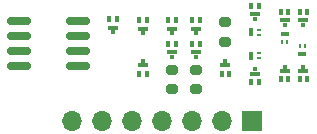
<source format=gbr>
%TF.GenerationSoftware,KiCad,Pcbnew,7.0.8*%
%TF.CreationDate,2024-06-12T14:08:57-04:00*%
%TF.ProjectId,Discrete_Opamp,44697363-7265-4746-955f-4f70616d702e,rev?*%
%TF.SameCoordinates,Original*%
%TF.FileFunction,Soldermask,Top*%
%TF.FilePolarity,Negative*%
%FSLAX46Y46*%
G04 Gerber Fmt 4.6, Leading zero omitted, Abs format (unit mm)*
G04 Created by KiCad (PCBNEW 7.0.8) date 2024-06-12 14:08:57*
%MOMM*%
%LPD*%
G01*
G04 APERTURE LIST*
G04 Aperture macros list*
%AMRoundRect*
0 Rectangle with rounded corners*
0 $1 Rounding radius*
0 $2 $3 $4 $5 $6 $7 $8 $9 X,Y pos of 4 corners*
0 Add a 4 corners polygon primitive as box body*
4,1,4,$2,$3,$4,$5,$6,$7,$8,$9,$2,$3,0*
0 Add four circle primitives for the rounded corners*
1,1,$1+$1,$2,$3*
1,1,$1+$1,$4,$5*
1,1,$1+$1,$6,$7*
1,1,$1+$1,$8,$9*
0 Add four rect primitives between the rounded corners*
20,1,$1+$1,$2,$3,$4,$5,0*
20,1,$1+$1,$4,$5,$6,$7,0*
20,1,$1+$1,$6,$7,$8,$9,0*
20,1,$1+$1,$8,$9,$2,$3,0*%
G04 Aperture macros list end*
%ADD10R,0.350000X0.500000*%
%ADD11R,0.900000X0.440000*%
%ADD12R,0.300000X0.340000*%
%ADD13RoundRect,0.200000X-0.275000X0.200000X-0.275000X-0.200000X0.275000X-0.200000X0.275000X0.200000X0*%
%ADD14R,1.700000X1.700000*%
%ADD15O,1.700000X1.700000*%
%ADD16RoundRect,0.150000X0.825000X0.150000X-0.825000X0.150000X-0.825000X-0.150000X0.825000X-0.150000X0*%
%ADD17RoundRect,0.050000X0.150000X0.075000X-0.150000X0.075000X-0.150000X-0.075000X0.150000X-0.075000X0*%
%ADD18RoundRect,0.050000X0.150000X0.300000X-0.150000X0.300000X-0.150000X-0.300000X0.150000X-0.300000X0*%
%ADD19RoundRect,0.050000X-0.075000X0.150000X-0.075000X-0.150000X0.075000X-0.150000X0.075000X0.150000X0*%
%ADD20RoundRect,0.050000X-0.300000X0.150000X-0.300000X-0.150000X0.300000X-0.150000X0.300000X0.150000X0*%
%ADD21RoundRect,0.050000X0.075000X-0.150000X0.075000X0.150000X-0.075000X0.150000X-0.075000X-0.150000X0*%
%ADD22RoundRect,0.050000X0.300000X-0.150000X0.300000X0.150000X-0.300000X0.150000X-0.300000X-0.150000X0*%
G04 APERTURE END LIST*
D10*
%TO.C,Q12*%
X42175000Y-48190000D03*
X42825000Y-48190000D03*
D11*
X42500000Y-47500000D03*
D12*
X42500000Y-47110000D03*
%TD*%
D13*
%TO.C,R3*%
X40000000Y-43175000D03*
X40000000Y-44825000D03*
%TD*%
D10*
%TO.C,Q7*%
X37825000Y-45000000D03*
X37175000Y-45000000D03*
D11*
X37500000Y-45690000D03*
D12*
X37500000Y-46080000D03*
%TD*%
D14*
%TO.C,J1*%
X42240000Y-51500000D03*
D15*
X39700000Y-51500000D03*
X37160000Y-51500000D03*
X34620000Y-51500000D03*
X32080000Y-51500000D03*
X29540000Y-51500000D03*
X27000000Y-51500000D03*
%TD*%
D10*
%TO.C,Q5*%
X37825000Y-43000000D03*
X37175000Y-43000000D03*
D11*
X37500000Y-43690000D03*
D12*
X37500000Y-44080000D03*
%TD*%
D10*
%TO.C,Q1*%
X30825000Y-42920000D03*
X30175000Y-42920000D03*
D11*
X30500000Y-43610000D03*
D12*
X30500000Y-44000000D03*
%TD*%
D16*
%TO.C,U1*%
X27475000Y-46905000D03*
X27475000Y-45635000D03*
X27475000Y-44365000D03*
X27475000Y-43095000D03*
X22525000Y-43095000D03*
X22525000Y-44365000D03*
X22525000Y-45635000D03*
X22525000Y-46905000D03*
%TD*%
D10*
%TO.C,Q3*%
X33325000Y-43000000D03*
X32675000Y-43000000D03*
D11*
X33000000Y-43690000D03*
D12*
X33000000Y-44080000D03*
%TD*%
D13*
%TO.C,R2*%
X37500000Y-47175000D03*
X37500000Y-48825000D03*
%TD*%
D10*
%TO.C,Q2*%
X32675000Y-47500000D03*
X33325000Y-47500000D03*
D11*
X33000000Y-46810000D03*
D12*
X33000000Y-46420000D03*
%TD*%
D10*
%TO.C,Q18*%
X46925000Y-42310000D03*
X46275000Y-42310000D03*
D11*
X46600000Y-43000000D03*
D12*
X46600000Y-43390000D03*
%TD*%
D13*
%TO.C,R1*%
X35500000Y-47175000D03*
X35500000Y-48825000D03*
%TD*%
D17*
%TO.C,Q9*%
X42850000Y-46225000D03*
X42850000Y-45775000D03*
D18*
X42150000Y-46000000D03*
%TD*%
D19*
%TO.C,Q14*%
X46725000Y-45150000D03*
X46275000Y-45150000D03*
D20*
X46500000Y-45850000D03*
%TD*%
D10*
%TO.C,Q15*%
X44675000Y-48000000D03*
X45325000Y-48000000D03*
D11*
X45000000Y-47310000D03*
D12*
X45000000Y-46920000D03*
%TD*%
D10*
%TO.C,Q4*%
X35825000Y-43000000D03*
X35175000Y-43000000D03*
D11*
X35500000Y-43690000D03*
D12*
X35500000Y-44080000D03*
%TD*%
D17*
%TO.C,Q10*%
X42850000Y-44225000D03*
X42850000Y-43775000D03*
D18*
X42150000Y-44000000D03*
%TD*%
D10*
%TO.C,Q11*%
X42825000Y-41810000D03*
X42175000Y-41810000D03*
D11*
X42500000Y-42500000D03*
D12*
X42500000Y-42890000D03*
%TD*%
D10*
%TO.C,Q8*%
X39675000Y-47500000D03*
X40325000Y-47500000D03*
D11*
X40000000Y-46810000D03*
D12*
X40000000Y-46420000D03*
%TD*%
D10*
%TO.C,Q6*%
X35825000Y-45000000D03*
X35175000Y-45000000D03*
D11*
X35500000Y-45690000D03*
D12*
X35500000Y-46080000D03*
%TD*%
D10*
%TO.C,Q17*%
X45325000Y-42310000D03*
X44675000Y-42310000D03*
D11*
X45000000Y-43000000D03*
D12*
X45000000Y-43390000D03*
%TD*%
D21*
%TO.C,Q13*%
X44775000Y-44850000D03*
X45225000Y-44850000D03*
D22*
X45000000Y-44150000D03*
%TD*%
D10*
%TO.C,Q16*%
X46275000Y-48000000D03*
X46925000Y-48000000D03*
D11*
X46600000Y-47310000D03*
D12*
X46600000Y-46920000D03*
%TD*%
M02*

</source>
